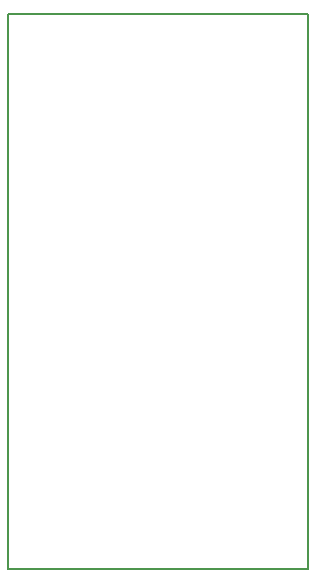
<source format=gbr>
G04 #@! TF.FileFunction,Profile,NP*
%FSLAX46Y46*%
G04 Gerber Fmt 4.6, Leading zero omitted, Abs format (unit mm)*
G04 Created by KiCad (PCBNEW 4.0.7) date Mon Sep 16 14:17:58 2019*
%MOMM*%
%LPD*%
G01*
G04 APERTURE LIST*
%ADD10C,0.100000*%
%ADD11C,0.150000*%
G04 APERTURE END LIST*
D10*
D11*
X146050000Y-127000000D02*
X146050000Y-80010000D01*
X171450000Y-127000000D02*
X146050000Y-127000000D01*
X171450000Y-80010000D02*
X171450000Y-127000000D01*
X146050000Y-80010000D02*
X171450000Y-80010000D01*
M02*

</source>
